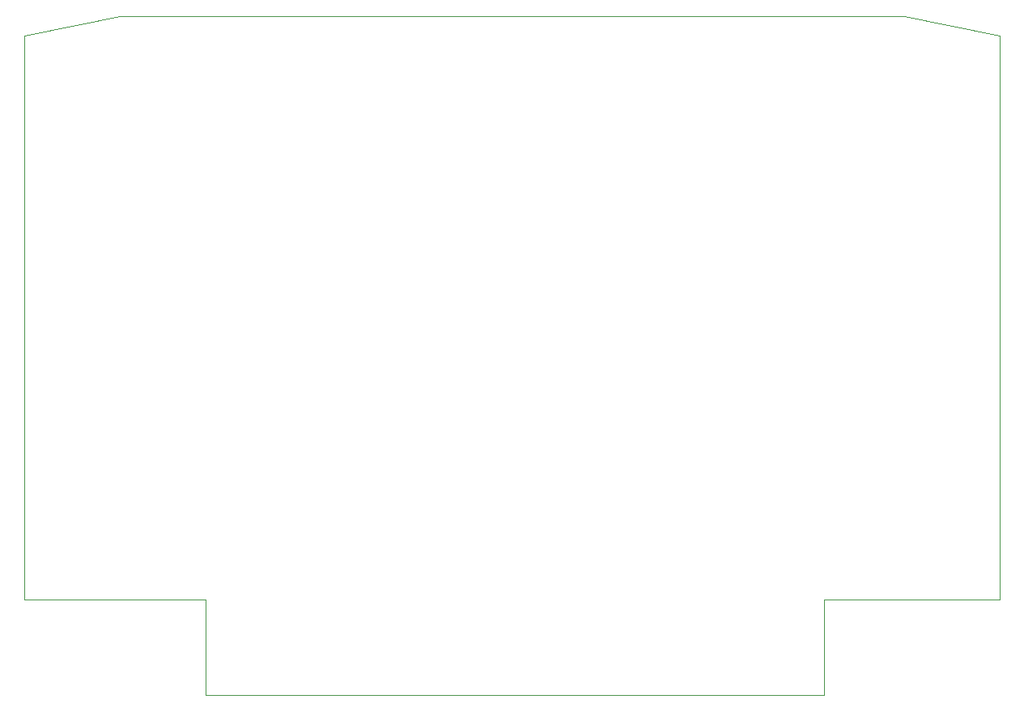
<source format=gbr>
%TF.GenerationSoftware,KiCad,Pcbnew,(6.0.2)*%
%TF.CreationDate,2022-10-23T13:50:21-05:00*%
%TF.ProjectId,REF1451,52454631-3435-4312-9e6b-696361645f70,rev?*%
%TF.SameCoordinates,Original*%
%TF.FileFunction,Profile,NP*%
%FSLAX46Y46*%
G04 Gerber Fmt 4.6, Leading zero omitted, Abs format (unit mm)*
G04 Created by KiCad (PCBNEW (6.0.2)) date 2022-10-23 13:50:21*
%MOMM*%
%LPD*%
G01*
G04 APERTURE LIST*
%TA.AperFunction,Profile*%
%ADD10C,0.002000*%
%TD*%
G04 APERTURE END LIST*
D10*
X105593000Y-59474700D02*
X187593000Y-59474700D01*
X179228000Y-130474700D02*
X114541000Y-130474700D01*
X187593000Y-59474700D02*
X197593200Y-61475000D01*
X197593200Y-61475000D02*
X197593200Y-120474000D01*
X114541000Y-120474000D02*
X95593000Y-120474000D01*
X114541000Y-130474700D02*
X114541000Y-120474000D01*
X95593000Y-120474000D02*
X95593000Y-61475000D01*
X179228000Y-120474000D02*
X197593200Y-120474000D01*
X179228000Y-130474700D02*
X179228000Y-120474000D01*
X105593000Y-59474700D02*
X95593000Y-61475000D01*
M02*

</source>
